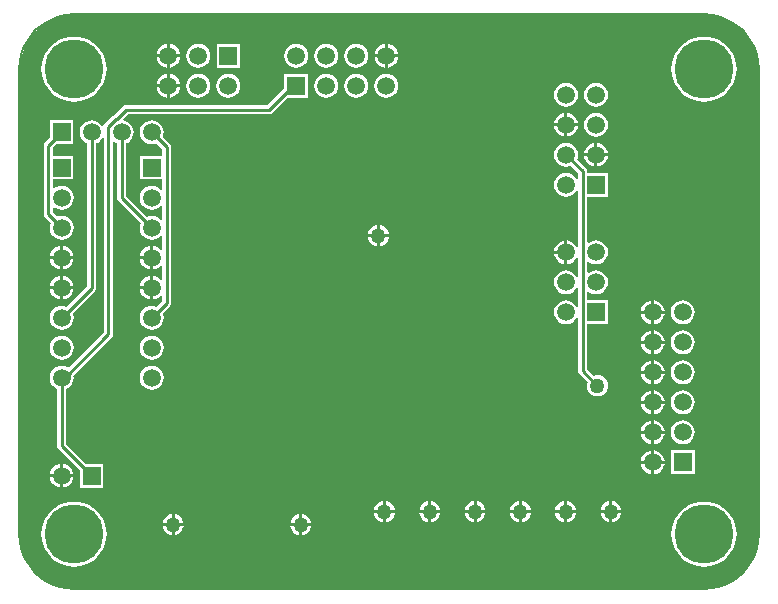
<source format=gbl>
%FSDAX24Y24*%
%MOIN*%
%SFA1B1*%

%IPPOS*%
%ADD21C,0.010000*%
%ADD22R,0.059100X0.059100*%
%ADD23C,0.059100*%
%ADD24R,0.059100X0.059100*%
%ADD25C,0.196900*%
%ADD26C,0.050000*%
%ADD31C,0.005000*%
%ADD48C,0.020000*%
%ADD49C,0.040000*%
%ADD50C,0.080000*%
%ADD51C,0.160000*%
%ADD52C,0.320000*%
%LN7april_pcb-1*%
%LPD*%
G54D31*
X021237Y017309D02*
X021472Y017262D01*
X021698Y017185*
X021912Y017080*
X022110Y016947*
X022290Y016790*
X022447Y016610*
X022580Y016412*
X022685Y016198*
X022762Y015972*
X022809Y015737*
X022823Y015511*
X022822Y015502*
Y-000002*
X022823Y-000011*
X022809Y-000237*
X022762Y-000472*
X022685Y-000698*
X022580Y-000912*
X022447Y-001110*
X022290Y-001290*
X022110Y-001447*
X021912Y-001580*
X021698Y-001685*
X021472Y-001762*
X021237Y-001809*
X021011Y-001823*
X021002Y-001822*
X-000002*
X-000011Y-001823*
X-000237Y-001809*
X-000472Y-001762*
X-000698Y-001685*
X-000912Y-001580*
X-001110Y-001447*
X-001290Y-001290*
X-001447Y-001110*
X-001580Y-000912*
X-001685Y-000698*
X-001762Y-000472*
X-001809Y-000237*
X-001823Y-000011*
X-001822Y-000002*
Y015502*
X-001823Y015511*
X-001809Y015737*
X-001762Y015972*
X-001685Y016198*
X-001580Y016412*
X-001447Y016610*
X-001290Y016790*
X-001110Y016947*
X-000912Y017080*
X-000698Y017185*
X-000472Y017262*
X-000237Y017309*
X-000011Y017323*
X-000002Y017322*
X021002*
X021011Y017323*
X021237Y017309*
G54D21*
X021231Y017259D02*
X021459Y017214D01*
X021679Y017139*
X021887Y017036*
X022080Y016907*
X022254Y016754*
X022407Y016580*
X022536Y016387*
X022639Y016179*
X022714Y015959*
X022759Y015731*
X022773Y015514*
X022772Y015507*
Y-000007*
X022773Y-000014*
X022759Y-000231*
X022714Y-000459*
X022639Y-000679*
X022536Y-000887*
X022407Y-001080*
X022254Y-001254*
X022080Y-001407*
X021887Y-001536*
X021679Y-001639*
X021459Y-001714*
X021231Y-001759*
X021014Y-001773*
X021007Y-001772*
X-000007*
X-000014Y-001773*
X-000231Y-001759*
X-000459Y-001714*
X-000679Y-001639*
X-000887Y-001536*
X-001080Y-001407*
X-001254Y-001254*
X-001407Y-001080*
X-001536Y-000887*
X-001639Y-000679*
X-001714Y-000459*
X-001759Y-000231*
X-001773Y-000014*
X-001772Y-000007*
Y015507*
X-001773Y015514*
X-001759Y015731*
X-001714Y015959*
X-001639Y016179*
X-001536Y016387*
X-001407Y016580*
X-001254Y016754*
X-001080Y016907*
X-000887Y017036*
X-000679Y017139*
X-000459Y017214*
X-000231Y017259*
X-000014Y017273*
X-000007Y017272*
X021007*
X021014Y017273*
X021231Y017259*
G54D48*
X021218Y017160D02*
X021433Y017117D01*
X021640Y017046*
X021837Y016950*
X022019Y016827*
X022183Y016683*
X022327Y016519*
X022450Y016337*
X022546Y016140*
X022617Y015933*
X022660Y015718*
X022672Y015521*
X022672Y015517*
Y-000017*
X022672Y-000021*
X022660Y-000218*
X022617Y-000433*
X022546Y-000640*
X022450Y-000837*
X022327Y-001019*
X022183Y-001183*
X022019Y-001327*
X021837Y-001450*
X021640Y-001546*
X021433Y-001617*
X021218Y-001660*
X021021Y-001672*
X021017Y-001672*
X-000017*
X-000021Y-001672*
X-000218Y-001660*
X-000433Y-001617*
X-000640Y-001546*
X-000837Y-001450*
X-001019Y-001327*
X-001183Y-001183*
X-001327Y-001019*
X-001450Y-000837*
X-001546Y-000640*
X-001617Y-000433*
X-001660Y-000218*
X-001672Y-000021*
X-001672Y-000017*
Y015517*
X-001672Y015521*
X-001660Y015718*
X-001617Y015933*
X-001546Y016140*
X-001450Y016337*
X-001327Y016519*
X-001183Y016683*
X-001019Y016827*
X-000837Y016950*
X-000640Y017046*
X-000433Y017117*
X-000218Y017160*
X-000021Y017172*
X-000017Y017172*
X021017*
X021021Y017172*
X021218Y017160*
G54D49*
X021192Y016961D02*
X021381Y016923D01*
X021564Y016861*
X021736Y016776*
X021897Y016668*
X022042Y016542*
X022168Y016397*
X022276Y016236*
X022361Y016064*
X022423Y015881*
X022461Y015692*
X022471Y015534*
X022472Y015536*
Y-000036*
X022471Y-000034*
X022461Y-000192*
X022423Y-000381*
X022361Y-000564*
X022276Y-000736*
X022168Y-000897*
X022042Y-001042*
X021897Y-001168*
X021736Y-001276*
X021564Y-001361*
X021381Y-001423*
X021192Y-001461*
X021034Y-001471*
X021036Y-001472*
X-000036*
X-000034Y-001471*
X-000192Y-001461*
X-000381Y-001423*
X-000564Y-001361*
X-000736Y-001276*
X-000897Y-001168*
X-001042Y-001042*
X-001168Y-000897*
X-001276Y-000736*
X-001361Y-000564*
X-001423Y-000381*
X-001461Y-000192*
X-001471Y-000034*
X-001472Y-000036*
Y015536*
X-001471Y015534*
X-001461Y015692*
X-001423Y015881*
X-001361Y016064*
X-001276Y016236*
X-001168Y016397*
X-001042Y016542*
X-000897Y016668*
X-000736Y016776*
X-000564Y016861*
X-000381Y016923*
X-000192Y016961*
X-000034Y016971*
X-000036Y016972*
X021036*
X021034Y016971*
X021192Y016961*
G54D50*
X021140Y016563D02*
X021278Y016536D01*
X021410Y016491*
X021535Y016429*
X021653Y016351*
X021758Y016258*
X021851Y016153*
X021929Y016035*
X021991Y015910*
X022036Y015778*
X022063Y015640*
X022271Y012449*
X022072Y011439*
Y004060*
X022271Y003050*
X022063Y-000140*
X022036Y-000278*
X021991Y-000410*
X021929Y-000535*
X021851Y-000653*
X021758Y-000758*
X021653Y-000851*
X021535Y-000929*
X021410Y-000991*
X021278Y-001036*
X021140Y-001063*
X017949Y-001271*
X016939Y-001072*
X004060*
X003050Y-001271*
X-000140Y-001063*
X-000278Y-001036*
X-000410Y-000991*
X-000535Y-000929*
X-000653Y-000851*
X-000758Y-000758*
X-000851Y-000653*
X-000929Y-000535*
X-000991Y-000410*
X-001036Y-000278*
X-001063Y-000140*
X-001271Y003050*
X-001072Y004060*
Y011439*
X-001271Y012449*
X-001063Y015640*
X-001036Y015778*
X-000991Y015910*
X-000929Y016035*
X-000851Y016153*
X-000758Y016258*
X-000653Y016351*
X-000535Y016429*
X-000410Y016491*
X-000278Y016536*
X-000140Y016563*
X003050Y016771*
X004060Y016572*
X016939*
X017949Y016771*
X021140Y016563*
G54D51*
X021036Y015768D02*
X021070Y015762D01*
X021103Y015751*
X021134Y015735*
X021164Y015715*
X021191Y015691*
X021215Y015664*
X021235Y015634*
X021251Y015603*
X021262Y015570*
X021268Y015536*
X021465Y012501*
X021272Y011517*
Y003982*
X021465Y002998*
X021268Y-000036*
X021262Y-000070*
X021251Y-000103*
X021235Y-000134*
X021215Y-000164*
X021191Y-000191*
X021164Y-000215*
X021134Y-000235*
X021103Y-000251*
X021070Y-000262*
X021036Y-000268*
X018001Y-000465*
X017017Y-000272*
X003982*
X002998Y-000465*
X-000036Y-000268*
X-000070Y-000262*
X-000103Y-000251*
X-000134Y-000235*
X-000164Y-000215*
X-000191Y-000191*
X-000215Y-000164*
X-000235Y-000134*
X-000251Y-000103*
X-000262Y-000070*
X-000268Y-000036*
X-000465Y002998*
X-000272Y003982*
Y011517*
X-000465Y012501*
X-000268Y015536*
X-000262Y015570*
X-000251Y015603*
X-000235Y015634*
X-000215Y015664*
X-000191Y015691*
X-000164Y015715*
X-000134Y015735*
X-000103Y015751*
X-000070Y015762*
X-000036Y015768*
X002998Y015965*
X003982Y015772*
X017017*
X018001Y015965*
X021036Y015768*
G54D52*
X020828Y014179D02*
X020656Y014213D01*
X020488Y014270*
X020330Y014348*
X020188Y014443*
X020057Y014557*
X019943Y014688*
X019848Y014830*
X019770Y014988*
X019713Y015156*
X019679Y015328*
X019855Y012606*
X019672Y011673*
Y003826*
X019855Y002893*
X019679Y000171*
X019713Y000343*
X019770Y000511*
X019848Y000669*
X019943Y000811*
X020057Y000942*
X020188Y001056*
X020330Y001151*
X020488Y001229*
X020656Y001286*
X020828Y001320*
X018106Y001144*
X017173Y001328*
X003826*
X002893Y001144*
X000171Y001320*
X000343Y001286*
X000511Y001229*
X000669Y001151*
X000811Y001056*
X000942Y000942*
X001056Y000811*
X001151Y000669*
X001229Y000511*
X001286Y000343*
X001320Y000171*
X001144Y002893*
X001328Y003826*
Y011673*
X001144Y012606*
X001320Y015328*
X001286Y015156*
X001229Y014988*
X001151Y014830*
X001056Y014688*
X000942Y014557*
X000811Y014443*
X000669Y014348*
X000511Y014270*
X000343Y014213*
X000171Y014179*
X002893Y014355*
X003826Y014172*
X017173*
X018106Y014355*
X020828Y014179*
X001840Y001830D02*
X019430D01*
X001840Y005030D02*
X019430D01*
X001840Y008230D02*
X019430D01*
X001840Y011430D02*
X019430D01*
X001040Y014630D02*
X001030D01*
%LN7april_pcb-2*%
%LPC*%
G36*
X019344Y002792D02*
Y002450D01*
X019686*
X019679Y002503*
X019639Y002599*
X019576Y002682*
X019494Y002745*
X019397Y002785*
X019344Y002792*
G37*
G36*
X019244D02*
X019191Y002785D01*
X019095Y002745*
X019012Y002682*
X018949Y002599*
X018909Y002503*
X018902Y002450*
X019244*
Y002792*
G37*
G36*
Y002350D02*
X018902D01*
X018909Y002297*
X018949Y002201*
X019012Y002118*
X019095Y002055*
X019191Y002015*
X019244Y002008*
Y002350*
G37*
G36*
X020294Y003799D02*
X020191Y003785D01*
X020095Y003745*
X020012Y003682*
X019949Y003599*
X019909Y003503*
X019896Y003400*
X019909Y003297*
X019949Y003201*
X020012Y003118*
X020095Y003055*
X020191Y003015*
X020294Y003001*
X020397Y003015*
X020494Y003055*
X020576Y003118*
X020639Y003201*
X020679Y003297*
X020693Y003400*
X020679Y003503*
X020639Y003599*
X020576Y003682*
X020494Y003745*
X020397Y003785*
X020294Y003799*
G37*
G36*
X019244Y003792D02*
X019191Y003785D01*
X019095Y003745*
X019012Y003682*
X018949Y003599*
X018909Y003503*
X018902Y003450*
X019244*
Y003792*
G37*
G36*
Y003350D02*
X018902D01*
X018909Y003297*
X018949Y003201*
X019012Y003118*
X019095Y003055*
X019191Y003015*
X019244Y003008*
Y003350*
G37*
G36*
X019686D02*
X019344D01*
Y003008*
X019397Y003015*
X019494Y003055*
X019576Y003118*
X019639Y003201*
X019679Y003297*
X019686Y003350*
G37*
G36*
Y002350D02*
X019344D01*
Y002008*
X019397Y002015*
X019494Y002055*
X019576Y002118*
X019639Y002201*
X019679Y002297*
X019686Y002350*
G37*
G36*
X-000461Y001900D02*
X-000803D01*
X-000796Y001847*
X-000756Y001751*
X-000693Y001668*
X-000610Y001605*
X-000514Y001565*
X-000461Y001558*
Y001900*
G37*
G36*
X017950Y001096D02*
Y000800D01*
X018246*
X018241Y000841*
X018206Y000927*
X018150Y001000*
X018077Y001056*
X017991Y001091*
X017950Y001096*
G37*
G36*
X017850D02*
X017809Y001091D01*
X017723Y001056*
X017650Y001000*
X017594Y000927*
X017559Y000841*
X017554Y000800*
X017850*
Y001096*
G37*
G36*
X-000019Y001900D02*
X-000361D01*
Y001558*
X-000308Y001565*
X-000212Y001605*
X-000129Y001668*
X-000066Y001751*
X-000026Y001847*
X-000019Y001900*
G37*
G36*
X020689Y002795D02*
X019899D01*
Y002005*
X020689*
Y002795*
G37*
G36*
X-000361Y002342D02*
Y002000D01*
X-000019*
X-000026Y002053*
X-000066Y002149*
X-000129Y002232*
X-000212Y002295*
X-000308Y002335*
X-000361Y002342*
G37*
G36*
X-000461D02*
X-000514Y002335D01*
X-000610Y002295*
X-000693Y002232*
X-000756Y002149*
X-000796Y002053*
X-000803Y002000*
X-000461*
Y002342*
G37*
G36*
X019344Y003792D02*
Y003450D01*
X019686*
X019679Y003503*
X019639Y003599*
X019576Y003682*
X019494Y003745*
X019397Y003785*
X019344Y003792*
G37*
G36*
Y005792D02*
Y005450D01*
X019686*
X019679Y005503*
X019639Y005599*
X019576Y005682*
X019494Y005745*
X019397Y005785*
X019344Y005792*
G37*
G36*
X019244D02*
X019191Y005785D01*
X019095Y005745*
X019012Y005682*
X018949Y005599*
X018909Y005503*
X018902Y005450*
X019244*
Y005792*
G37*
G36*
Y005350D02*
X018902D01*
X018909Y005297*
X018949Y005201*
X019012Y005118*
X019095Y005055*
X019191Y005015*
X019244Y005008*
Y005350*
G37*
G36*
X-000411Y006618D02*
X-000514Y006605D01*
X-000610Y006565*
X-000693Y006501*
X-000756Y006419*
X-000796Y006323*
X-000810Y006219*
X-000796Y006116*
X-000756Y006020*
X-000693Y005938*
X-000610Y005874*
X-000514Y005834*
X-000411Y005821*
X-000308Y005834*
X-000212Y005874*
X-000129Y005938*
X-000066Y006020*
X-000026Y006116*
X-000012Y006219*
X-000026Y006323*
X-000066Y006419*
X-000129Y006501*
X-000212Y006565*
X-000308Y006605*
X-000411Y006618*
G37*
G36*
X019686Y006350D02*
X019344D01*
Y006008*
X019397Y006015*
X019494Y006055*
X019576Y006118*
X019639Y006201*
X019679Y006297*
X019686Y006350*
G37*
G36*
X020294Y006799D02*
X020191Y006785D01*
X020095Y006745*
X020012Y006682*
X019949Y006599*
X019909Y006503*
X019896Y006400*
X019909Y006297*
X019949Y006201*
X020012Y006118*
X020095Y006055*
X020191Y006015*
X020294Y006001*
X020397Y006015*
X020494Y006055*
X020576Y006118*
X020639Y006201*
X020679Y006297*
X020693Y006400*
X020679Y006503*
X020639Y006599*
X020576Y006682*
X020494Y006745*
X020397Y006785*
X020294Y006799*
G37*
G36*
X002589Y006618D02*
X002486Y006605D01*
X002390Y006565*
X002307Y006501*
X002244Y006419*
X002204Y006323*
X002190Y006219*
X002204Y006116*
X002244Y006020*
X002307Y005938*
X002390Y005874*
X002486Y005834*
X002589Y005821*
X002692Y005834*
X002788Y005874*
X002871Y005938*
X002934Y006020*
X002974Y006116*
X002988Y006219*
X002974Y006323*
X002934Y006419*
X002871Y006501*
X002788Y006565*
X002692Y006605*
X002589Y006618*
G37*
G36*
X019686Y005350D02*
X019344D01*
Y005008*
X019397Y005015*
X019494Y005055*
X019576Y005118*
X019639Y005201*
X019679Y005297*
X019686Y005350*
G37*
G36*
X019244Y004350D02*
X018902D01*
X018909Y004297*
X018949Y004201*
X019012Y004118*
X019095Y004055*
X019191Y004015*
X019244Y004008*
Y004350*
G37*
G36*
X019686D02*
X019344D01*
Y004008*
X019397Y004015*
X019494Y004055*
X019576Y004118*
X019639Y004201*
X019679Y004297*
X019686Y004350*
G37*
G36*
X020294Y004799D02*
X020191Y004785D01*
X020095Y004745*
X020012Y004682*
X019949Y004599*
X019909Y004503*
X019896Y004400*
X019909Y004297*
X019949Y004201*
X020012Y004118*
X020095Y004055*
X020191Y004015*
X020294Y004001*
X020397Y004015*
X020494Y004055*
X020576Y004118*
X020639Y004201*
X020679Y004297*
X020693Y004400*
X020679Y004503*
X020639Y004599*
X020576Y004682*
X020494Y004745*
X020397Y004785*
X020294Y004799*
G37*
G36*
X019244Y004792D02*
X019191Y004785D01*
X019095Y004745*
X019012Y004682*
X018949Y004599*
X018909Y004503*
X018902Y004450*
X019244*
Y004792*
G37*
G36*
X020294Y005799D02*
X020191Y005785D01*
X020095Y005745*
X020012Y005682*
X019949Y005599*
X019909Y005503*
X019896Y005400*
X019909Y005297*
X019949Y005201*
X020012Y005118*
X020095Y005055*
X020191Y005015*
X020294Y005001*
X020397Y005015*
X020494Y005055*
X020576Y005118*
X020639Y005201*
X020679Y005297*
X020693Y005400*
X020679Y005503*
X020639Y005599*
X020576Y005682*
X020494Y005745*
X020397Y005785*
X020294Y005799*
G37*
G36*
X002589Y005618D02*
X002486Y005605D01*
X002390Y005565*
X002307Y005501*
X002244Y005419*
X002204Y005323*
X002190Y005219*
X002204Y005116*
X002244Y005020*
X002307Y004938*
X002390Y004874*
X002486Y004834*
X002589Y004821*
X002692Y004834*
X002788Y004874*
X002871Y004938*
X002934Y005020*
X002974Y005116*
X002988Y005219*
X002974Y005323*
X002934Y005419*
X002871Y005501*
X002788Y005565*
X002692Y005605*
X002589Y005618*
G37*
G36*
X019344Y004792D02*
Y004450D01*
X019686*
X019679Y004503*
X019639Y004599*
X019576Y004682*
X019494Y004745*
X019397Y004785*
X019344Y004792*
G37*
G36*
X016440Y001096D02*
Y000800D01*
X016736*
X016731Y000841*
X016696Y000927*
X016640Y001000*
X016567Y001056*
X016481Y001091*
X016440Y001096*
G37*
G36*
X010300Y000700D02*
X010004D01*
X010009Y000659*
X010044Y000573*
X010100Y000500*
X010173Y000444*
X010259Y000409*
X010300Y000404*
Y000700*
G37*
G36*
X007609Y000665D02*
Y000368D01*
X007905*
X007900Y000410*
X007865Y000495*
X007808Y000568*
X007735Y000624*
X007650Y000659*
X007609Y000665*
G37*
G36*
X007509D02*
X007467Y000659D01*
X007382Y000624*
X007309Y000568*
X007253Y000495*
X007218Y000410*
X007212Y000368*
X007509*
Y000665*
G37*
G36*
X010696Y000700D02*
X010400D01*
Y000404*
X010441Y000409*
X010527Y000444*
X010600Y000500*
X010656Y000573*
X010691Y000659*
X010696Y000700*
G37*
G36*
X013320D02*
X013024D01*
X013029Y000659*
X013064Y000573*
X013120Y000500*
X013193Y000444*
X013279Y000409*
X013320Y000404*
Y000700*
G37*
G36*
X012206D02*
X011910D01*
Y000404*
X011951Y000409*
X012037Y000444*
X012110Y000500*
X012166Y000573*
X012201Y000659*
X012206Y000700*
G37*
G36*
X011810D02*
X011514D01*
X011519Y000659*
X011554Y000573*
X011610Y000500*
X011683Y000444*
X011769Y000409*
X011810Y000404*
Y000700*
G37*
G36*
X003355Y000665D02*
Y000368D01*
X003652*
X003646Y000410*
X003611Y000495*
X003555Y000568*
X003482Y000624*
X003397Y000659*
X003355Y000665*
G37*
G36*
X003255Y000268D02*
X002959D01*
X002964Y000227*
X002999Y000142*
X003056Y000069*
X003129Y000012*
X003214Y-000023*
X003255Y-000028*
Y000268*
G37*
G36*
X021000Y001088D02*
X020830Y001074D01*
X020664Y001034*
X020506Y000969*
X020361Y000880*
X020231Y000769*
X020120Y000639*
X020031Y000494*
X019966Y000336*
X019926Y000170*
X019912Y000000*
X019926Y-000170*
X019966Y-000336*
X020031Y-000494*
X020120Y-000639*
X020231Y-000769*
X020361Y-000880*
X020506Y-000969*
X020664Y-001034*
X020830Y-001074*
X021000Y-001088*
X021170Y-001074*
X021336Y-001034*
X021494Y-000969*
X021639Y-000880*
X021769Y-000769*
X021880Y-000639*
X021969Y-000494*
X022034Y-000336*
X022074Y-000170*
X022088Y000000*
X022074Y000170*
X022034Y000336*
X021969Y000494*
X021880Y000639*
X021769Y000769*
X021639Y000880*
X021494Y000969*
X021336Y001034*
X021170Y001074*
X021000Y001088*
G37*
G36*
X000000D02*
X-000170Y001074D01*
X-000336Y001034*
X-000494Y000969*
X-000639Y000880*
X-000769Y000769*
X-000880Y000639*
X-000969Y000494*
X-001034Y000336*
X-001074Y000170*
X-001088Y000000*
X-001074Y-000170*
X-001034Y-000336*
X-000969Y-000494*
X-000880Y-000639*
X-000769Y-000769*
X-000639Y-000880*
X-000494Y-000969*
X-000336Y-001034*
X-000170Y-001074*
X000000Y-001088*
X000170Y-001074*
X000336Y-001034*
X000494Y-000969*
X000639Y-000880*
X000769Y-000769*
X000880Y-000639*
X000969Y-000494*
X001034Y-000336*
X001074Y-000170*
X001088Y000000*
X001074Y000170*
X001034Y000336*
X000969Y000494*
X000880Y000639*
X000769Y000769*
X000639Y000880*
X000494Y000969*
X000336Y001034*
X000170Y001074*
X000000Y001088*
G37*
G36*
X003652Y000268D02*
X003355D01*
Y-000028*
X003397Y-000023*
X003482Y000012*
X003555Y000069*
X003611Y000142*
X003646Y000227*
X003652Y000268*
G37*
G36*
X003255Y000665D02*
X003214Y000659D01*
X003129Y000624*
X003056Y000568*
X002999Y000495*
X002964Y000410*
X002959Y000368*
X003255*
Y000665*
G37*
G36*
X007905Y000268D02*
X007609D01*
Y-000028*
X007650Y-000023*
X007735Y000012*
X007808Y000069*
X007865Y000142*
X007900Y000227*
X007905Y000268*
G37*
G36*
X007509D02*
X007212D01*
X007218Y000227*
X007253Y000142*
X007309Y000069*
X007382Y000012*
X007467Y-000023*
X007509Y-000028*
Y000268*
G37*
G36*
X013716Y000700D02*
X013420D01*
Y000404*
X013461Y000409*
X013547Y000444*
X013620Y000500*
X013676Y000573*
X013711Y000659*
X013716Y000700*
G37*
G36*
X013320Y001096D02*
X013279Y001091D01*
X013193Y001056*
X013120Y001000*
X013064Y000927*
X013029Y000841*
X013024Y000800*
X013320*
Y001096*
G37*
G36*
X011910D02*
Y000800D01*
X012206*
X012201Y000841*
X012166Y000927*
X012110Y001000*
X012037Y001056*
X011951Y001091*
X011910Y001096*
G37*
G36*
X011810D02*
X011769Y001091D01*
X011683Y001056*
X011610Y001000*
X011554Y000927*
X011519Y000841*
X011514Y000800*
X011810*
Y001096*
G37*
G36*
X013420D02*
Y000800D01*
X013716*
X013711Y000841*
X013676Y000927*
X013620Y001000*
X013547Y001056*
X013461Y001091*
X013420Y001096*
G37*
G36*
X016340D02*
X016299Y001091D01*
X016213Y001056*
X016140Y001000*
X016084Y000927*
X016049Y000841*
X016044Y000800*
X016340*
Y001096*
G37*
G36*
X014930D02*
Y000800D01*
X015226*
X015221Y000841*
X015186Y000927*
X015130Y001000*
X015057Y001056*
X014971Y001091*
X014930Y001096*
G37*
G36*
X014830D02*
X014789Y001091D01*
X014703Y001056*
X014630Y001000*
X014574Y000927*
X014539Y000841*
X014534Y000800*
X014830*
Y001096*
G37*
G36*
X010400D02*
Y000800D01*
X010696*
X010691Y000841*
X010656Y000927*
X010600Y001000*
X010527Y001056*
X010441Y001091*
X010400Y001096*
G37*
G36*
X016340Y000700D02*
X016044D01*
X016049Y000659*
X016084Y000573*
X016140Y000500*
X016213Y000444*
X016299Y000409*
X016340Y000404*
Y000700*
G37*
G36*
X015226D02*
X014930D01*
Y000404*
X014971Y000409*
X015057Y000444*
X015130Y000500*
X015186Y000573*
X015221Y000659*
X015226Y000700*
G37*
G36*
X014830D02*
X014534D01*
X014539Y000659*
X014574Y000573*
X014630Y000500*
X014703Y000444*
X014789Y000409*
X014830Y000404*
Y000700*
G37*
G36*
X016736D02*
X016440D01*
Y000404*
X016481Y000409*
X016567Y000444*
X016640Y000500*
X016696Y000573*
X016731Y000659*
X016736Y000700*
G37*
G36*
X010300Y001096D02*
X010259Y001091D01*
X010173Y001056*
X010100Y001000*
X010044Y000927*
X010009Y000841*
X010004Y000800*
X010300*
Y001096*
G37*
G36*
X018246Y000700D02*
X017950D01*
Y000404*
X017991Y000409*
X018077Y000444*
X018150Y000500*
X018206Y000573*
X018241Y000659*
X018246Y000700*
G37*
G36*
X017850D02*
X017554D01*
X017559Y000659*
X017594Y000573*
X017650Y000500*
X017723Y000444*
X017809Y000409*
X017850Y000404*
Y000700*
G37*
G36*
X019244Y006350D02*
X018902D01*
X018909Y006297*
X018949Y006201*
X019012Y006118*
X019095Y006055*
X019191Y006015*
X019244Y006008*
Y006350*
G37*
G36*
X005150Y015344D02*
X005047Y015330D01*
X004951Y015290*
X004868Y015227*
X004805Y015144*
X004765Y015048*
X004751Y014945*
X004765Y014842*
X004805Y014746*
X004868Y014663*
X004951Y014600*
X005047Y014560*
X005150Y014546*
X005253Y014560*
X005349Y014600*
X005432Y014663*
X005495Y014746*
X005535Y014842*
X005549Y014945*
X005535Y015048*
X005495Y015144*
X005432Y015227*
X005349Y015290*
X005253Y015330*
X005150Y015344*
G37*
G36*
X004150D02*
X004047Y015330D01*
X003951Y015290*
X003868Y015227*
X003805Y015144*
X003765Y015048*
X003751Y014945*
X003765Y014842*
X003805Y014746*
X003868Y014663*
X003951Y014600*
X004047Y014560*
X004150Y014546*
X004253Y014560*
X004349Y014600*
X004432Y014663*
X004495Y014746*
X004535Y014842*
X004549Y014945*
X004535Y015048*
X004495Y015144*
X004432Y015227*
X004349Y015290*
X004253Y015330*
X004150Y015344*
G37*
G36*
X021000Y016588D02*
X020830Y016574D01*
X020664Y016534*
X020506Y016469*
X020361Y016380*
X020231Y016269*
X020120Y016139*
X020031Y015994*
X019966Y015836*
X019926Y015670*
X019912Y015500*
X019926Y015330*
X019966Y015164*
X020031Y015006*
X020120Y014861*
X020231Y014731*
X020361Y014620*
X020506Y014531*
X020664Y014466*
X020830Y014426*
X021000Y014412*
X021170Y014426*
X021336Y014466*
X021494Y014531*
X021639Y014620*
X021769Y014731*
X021880Y014861*
X021969Y015006*
X022034Y015164*
X022074Y015330*
X022088Y015500*
X022074Y015670*
X022034Y015836*
X021969Y015994*
X021880Y016139*
X021769Y016269*
X021639Y016380*
X021494Y016469*
X021336Y016534*
X021170Y016574*
X021000Y016588*
G37*
G36*
X008410Y015344D02*
X008307Y015330D01*
X008211Y015290*
X008128Y015227*
X008065Y015144*
X008025Y015048*
X008011Y014945*
X008025Y014842*
X008065Y014746*
X008128Y014663*
X008211Y014600*
X008307Y014560*
X008410Y014546*
X008513Y014560*
X008609Y014600*
X008692Y014663*
X008755Y014746*
X008795Y014842*
X008809Y014945*
X008795Y015048*
X008755Y015144*
X008692Y015227*
X008609Y015290*
X008513Y015330*
X008410Y015344*
G37*
G36*
X003100Y014895D02*
X002758D01*
X002765Y014842*
X002805Y014746*
X002868Y014663*
X002951Y014600*
X003047Y014560*
X003100Y014553*
Y014895*
G37*
G36*
X010410Y015344D02*
X010307Y015330D01*
X010211Y015290*
X010128Y015227*
X010065Y015144*
X010025Y015048*
X010011Y014945*
X010025Y014842*
X010065Y014746*
X010128Y014663*
X010211Y014600*
X010307Y014560*
X010410Y014546*
X010513Y014560*
X010609Y014600*
X010692Y014663*
X010755Y014746*
X010795Y014842*
X010809Y014945*
X010795Y015048*
X010755Y015144*
X010692Y015227*
X010609Y015290*
X010513Y015330*
X010410Y015344*
G37*
G36*
X009410D02*
X009307Y015330D01*
X009211Y015290*
X009128Y015227*
X009065Y015144*
X009025Y015048*
X009011Y014945*
X009025Y014842*
X009065Y014746*
X009128Y014663*
X009211Y014600*
X009307Y014560*
X009410Y014546*
X009513Y014560*
X009609Y014600*
X009692Y014663*
X009755Y014746*
X009795Y014842*
X009809Y014945*
X009795Y015048*
X009755Y015144*
X009692Y015227*
X009609Y015290*
X009513Y015330*
X009410Y015344*
G37*
G36*
X000000Y016588D02*
X-000170Y016574D01*
X-000336Y016534*
X-000494Y016469*
X-000639Y016380*
X-000769Y016269*
X-000880Y016139*
X-000969Y015994*
X-001034Y015836*
X-001074Y015670*
X-001088Y015500*
X-001074Y015330*
X-001034Y015164*
X-000969Y015006*
X-000880Y014861*
X-000769Y014731*
X-000639Y014620*
X-000494Y014531*
X-000336Y014466*
X-000170Y014426*
X000000Y014412*
X000170Y014426*
X000336Y014466*
X000494Y014531*
X000639Y014620*
X000769Y014731*
X000880Y014861*
X000969Y015006*
X001034Y015164*
X001074Y015330*
X001088Y015500*
X001074Y015670*
X001034Y015836*
X000969Y015994*
X000880Y016139*
X000769Y016269*
X000639Y016380*
X000494Y016469*
X000336Y016534*
X000170Y016574*
X000000Y016588*
G37*
G36*
X007805Y015340D02*
X007015D01*
Y014881*
X006437Y014303*
X001750*
X001691Y014291*
X001642Y014258*
X001374Y013991*
X001346Y013985*
X001296Y013952*
X001036Y013691*
X001002Y013641*
X001001Y013633*
X000944Y013596*
X000934Y013598*
X000871Y013680*
X000788Y013744*
X000692Y013783*
X000589Y013797*
X000486Y013783*
X000390Y013744*
X000307Y013680*
X000244Y013598*
X000204Y013502*
X000190Y013398*
X000204Y013295*
X000244Y013199*
X000307Y013116*
X000390Y013053*
X000436Y013034*
Y008283*
X-000261Y007585*
X-000308Y007605*
X-000411Y007618*
X-000514Y007605*
X-000610Y007565*
X-000693Y007501*
X-000756Y007419*
X-000796Y007323*
X-000810Y007219*
X-000796Y007116*
X-000756Y007020*
X-000693Y006938*
X-000610Y006874*
X-000514Y006834*
X-000411Y006821*
X-000308Y006834*
X-000212Y006874*
X-000129Y006938*
X-000066Y007020*
X-000026Y007116*
X-000012Y007219*
X-000026Y007323*
X-000045Y007369*
X000697Y008111*
X000730Y008161*
X000742Y008219*
Y013034*
X000788Y013053*
X000871Y013116*
X000934Y013199*
X000941Y013215*
X000991Y013205*
Y006728*
X-000190Y005548*
X-000212Y005565*
X-000308Y005605*
X-000411Y005618*
X-000514Y005605*
X-000610Y005565*
X-000693Y005501*
X-000756Y005419*
X-000796Y005323*
X-000810Y005219*
X-000796Y005116*
X-000756Y005020*
X-000693Y004938*
X-000610Y004874*
X-000564Y004855*
Y002950*
X-000552Y002891*
X-000519Y002842*
X000194Y002129*
Y001555*
X000984*
Y002345*
X000410*
X-000258Y003013*
Y004855*
X-000212Y004874*
X-000129Y004938*
X-000066Y005020*
X-000026Y005116*
X-000012Y005219*
X-000021Y005284*
X001252Y006557*
X001285Y006606*
X001297Y006665*
Y013061*
X001347Y013086*
X001390Y013053*
X001436Y013034*
Y011219*
X001448Y011161*
X001481Y011111*
X002223Y010369*
X002204Y010323*
X002190Y010219*
X002204Y010116*
X002244Y010020*
X002307Y009938*
X002390Y009874*
X002486Y009834*
X002589Y009821*
X002692Y009834*
X002788Y009874*
X002871Y009938*
X002886Y009957*
X002936Y009940*
Y009499*
X002886Y009482*
X002871Y009501*
X002788Y009565*
X002692Y009605*
X002639Y009612*
Y009219*
Y008827*
X002692Y008834*
X002788Y008874*
X002871Y008938*
X002886Y008957*
X002936Y008940*
Y008499*
X002886Y008482*
X002871Y008501*
X002788Y008565*
X002692Y008605*
X002639Y008612*
Y008219*
Y007827*
X002692Y007834*
X002788Y007874*
X002871Y007938*
X002886Y007957*
X002936Y007940*
Y007783*
X002739Y007585*
X002692Y007605*
X002589Y007618*
X002486Y007605*
X002390Y007565*
X002307Y007501*
X002244Y007419*
X002204Y007323*
X002190Y007219*
X002204Y007116*
X002244Y007020*
X002307Y006938*
X002390Y006874*
X002486Y006834*
X002589Y006821*
X002692Y006834*
X002788Y006874*
X002871Y006938*
X002934Y007020*
X002974Y007116*
X002988Y007219*
X002974Y007323*
X002955Y007369*
X003197Y007611*
X003230Y007661*
X003242Y007719*
Y012898*
X003230Y012957*
X003197Y013006*
X002955Y013249*
X002974Y013295*
X002988Y013398*
X002974Y013502*
X002934Y013598*
X002871Y013680*
X002788Y013744*
X002692Y013783*
X002589Y013797*
X002486Y013783*
X002390Y013744*
X002307Y013680*
X002244Y013598*
X002204Y013502*
X002190Y013398*
X002204Y013295*
X002244Y013199*
X002307Y013116*
X002390Y013053*
X002486Y013013*
X002589Y013000*
X002692Y013013*
X002739Y013032*
X002936Y012835*
Y012615*
X002194*
Y011824*
X002936*
Y011499*
X002886Y011482*
X002871Y011501*
X002788Y011565*
X002692Y011605*
X002589Y011618*
X002486Y011605*
X002390Y011565*
X002307Y011501*
X002244Y011419*
X002204Y011323*
X002190Y011219*
X002204Y011116*
X002244Y011020*
X002307Y010938*
X002390Y010874*
X002486Y010834*
X002589Y010821*
X002692Y010834*
X002788Y010874*
X002871Y010938*
X002886Y010957*
X002936Y010940*
Y010499*
X002886Y010482*
X002871Y010501*
X002788Y010565*
X002692Y010605*
X002589Y010618*
X002486Y010605*
X002439Y010585*
X001742Y011283*
Y013034*
X001788Y013053*
X001871Y013116*
X001934Y013199*
X001974Y013295*
X001988Y013398*
X001974Y013502*
X001934Y013598*
X001871Y013680*
X001788Y013744*
X001692Y013783*
X001667Y013787*
X001650Y013834*
X001813Y013997*
X006500*
X006559Y014009*
X006608Y014042*
X007116Y014550*
X007805*
Y015340*
G37*
G36*
X016792Y013600D02*
X016450D01*
Y013258*
X016503Y013265*
X016599Y013305*
X016682Y013368*
X016745Y013451*
X016785Y013547*
X016792Y013600*
G37*
G36*
X016350D02*
X016008D01*
X016015Y013547*
X016055Y013451*
X016118Y013368*
X016201Y013305*
X016297Y013265*
X016350Y013258*
Y013600*
G37*
G36*
Y014042D02*
X016297Y014035D01*
X016201Y013995*
X016118Y013932*
X016055Y013849*
X016015Y013753*
X016008Y013700*
X016350*
Y014042*
G37*
G36*
X017400Y015049D02*
X017297Y015035D01*
X017201Y014995*
X017118Y014932*
X017055Y014849*
X017015Y014753*
X017001Y014650*
X017015Y014547*
X017055Y014451*
X017118Y014368*
X017201Y014305*
X017297Y014265*
X017400Y014251*
X017503Y014265*
X017599Y014305*
X017682Y014368*
X017745Y014451*
X017785Y014547*
X017799Y014650*
X017785Y014753*
X017745Y014849*
X017682Y014932*
X017599Y014995*
X017503Y015035*
X017400Y015049*
G37*
G36*
X016400D02*
X016297Y015035D01*
X016201Y014995*
X016118Y014932*
X016055Y014849*
X016015Y014753*
X016001Y014650*
X016015Y014547*
X016055Y014451*
X016118Y014368*
X016201Y014305*
X016297Y014265*
X016400Y014251*
X016503Y014265*
X016599Y014305*
X016682Y014368*
X016745Y014451*
X016785Y014547*
X016799Y014650*
X016785Y014753*
X016745Y014849*
X016682Y014932*
X016599Y014995*
X016503Y015035*
X016400Y015049*
G37*
G36*
X016450Y014042D02*
Y013700D01*
X016792*
X016785Y013753*
X016745Y013849*
X016682Y013932*
X016599Y013995*
X016503Y014035*
X016450Y014042*
G37*
G36*
X003542Y014895D02*
X003200D01*
Y014553*
X003253Y014560*
X003349Y014600*
X003432Y014663*
X003495Y014746*
X003535Y014842*
X003542Y014895*
G37*
G36*
Y015895D02*
X003200D01*
Y015553*
X003253Y015560*
X003349Y015600*
X003432Y015663*
X003495Y015746*
X003535Y015842*
X003542Y015895*
G37*
G36*
X010802D02*
X010460D01*
Y015553*
X010513Y015560*
X010609Y015600*
X010692Y015663*
X010755Y015746*
X010795Y015842*
X010802Y015895*
G37*
G36*
X010360D02*
X010018D01*
X010025Y015842*
X010065Y015746*
X010128Y015663*
X010211Y015600*
X010307Y015560*
X010360Y015553*
Y015895*
G37*
G36*
X003100Y016337D02*
X003047Y016330D01*
X002951Y016290*
X002868Y016227*
X002805Y016144*
X002765Y016048*
X002758Y015995*
X003100*
Y016337*
G37*
G36*
X010460D02*
Y015995D01*
X010802*
X010795Y016048*
X010755Y016144*
X010692Y016227*
X010609Y016290*
X010513Y016330*
X010460Y016337*
G37*
G36*
X010360D02*
X010307Y016330D01*
X010211Y016290*
X010128Y016227*
X010065Y016144*
X010025Y016048*
X010018Y015995*
X010360*
Y016337*
G37*
G36*
X003200D02*
Y015995D01*
X003542*
X003535Y016048*
X003495Y016144*
X003432Y016227*
X003349Y016290*
X003253Y016330*
X003200Y016337*
G37*
G36*
X003100Y015895D02*
X002758D01*
X002765Y015842*
X002805Y015746*
X002868Y015663*
X002951Y015600*
X003047Y015560*
X003100Y015553*
Y015895*
G37*
G36*
X004150Y016344D02*
X004047Y016330D01*
X003951Y016290*
X003868Y016227*
X003805Y016144*
X003765Y016048*
X003751Y015945*
X003765Y015842*
X003805Y015746*
X003868Y015663*
X003951Y015600*
X004047Y015560*
X004150Y015546*
X004253Y015560*
X004349Y015600*
X004432Y015663*
X004495Y015746*
X004535Y015842*
X004549Y015945*
X004535Y016048*
X004495Y016144*
X004432Y016227*
X004349Y016290*
X004253Y016330*
X004150Y016344*
G37*
G36*
X003200Y015337D02*
Y014995D01*
X003542*
X003535Y015048*
X003495Y015144*
X003432Y015227*
X003349Y015290*
X003253Y015330*
X003200Y015337*
G37*
G36*
X003100D02*
X003047Y015330D01*
X002951Y015290*
X002868Y015227*
X002805Y015144*
X002765Y015048*
X002758Y014995*
X003100*
Y015337*
G37*
G36*
X007410Y016344D02*
X007307Y016330D01*
X007211Y016290*
X007128Y016227*
X007065Y016144*
X007025Y016048*
X007011Y015945*
X007025Y015842*
X007065Y015746*
X007128Y015663*
X007211Y015600*
X007307Y015560*
X007410Y015546*
X007513Y015560*
X007609Y015600*
X007692Y015663*
X007755Y015746*
X007795Y015842*
X007809Y015945*
X007795Y016048*
X007755Y016144*
X007692Y016227*
X007609Y016290*
X007513Y016330*
X007410Y016344*
G37*
G36*
X005545Y016340D02*
X004755D01*
Y015550*
X005545*
Y016340*
G37*
G36*
X009410Y016344D02*
X009307Y016330D01*
X009211Y016290*
X009128Y016227*
X009065Y016144*
X009025Y016048*
X009011Y015945*
X009025Y015842*
X009065Y015746*
X009128Y015663*
X009211Y015600*
X009307Y015560*
X009410Y015546*
X009513Y015560*
X009609Y015600*
X009692Y015663*
X009755Y015746*
X009795Y015842*
X009809Y015945*
X009795Y016048*
X009755Y016144*
X009692Y016227*
X009609Y016290*
X009513Y016330*
X009410Y016344*
G37*
G36*
X008410D02*
X008307Y016330D01*
X008211Y016290*
X008128Y016227*
X008065Y016144*
X008025Y016048*
X008011Y015945*
X008025Y015842*
X008065Y015746*
X008128Y015663*
X008211Y015600*
X008307Y015560*
X008410Y015546*
X008513Y015560*
X008609Y015600*
X008692Y015663*
X008755Y015746*
X008795Y015842*
X008809Y015945*
X008795Y016048*
X008755Y016144*
X008692Y016227*
X008609Y016290*
X008513Y016330*
X008410Y016344*
G37*
G36*
X017400Y014049D02*
X017297Y014035D01*
X017201Y013995*
X017118Y013932*
X017055Y013849*
X017015Y013753*
X017001Y013650*
X017015Y013547*
X017055Y013451*
X017118Y013368*
X017201Y013305*
X017297Y013265*
X017400Y013251*
X017503Y013265*
X017599Y013305*
X017682Y013368*
X017745Y013451*
X017785Y013547*
X017799Y013650*
X017785Y013753*
X017745Y013849*
X017682Y013932*
X017599Y013995*
X017503Y014035*
X017400Y014049*
G37*
G36*
X-000461Y008612D02*
X-000514Y008605D01*
X-000610Y008565*
X-000693Y008501*
X-000756Y008419*
X-000796Y008323*
X-000803Y008269*
X-000461*
Y008612*
G37*
G36*
X002539Y008169D02*
X002197D01*
X002204Y008116*
X002244Y008020*
X002307Y007938*
X002390Y007874*
X002486Y007834*
X002539Y007827*
Y008169*
G37*
G36*
X-000461D02*
X-000803D01*
X-000796Y008116*
X-000756Y008020*
X-000693Y007938*
X-000610Y007874*
X-000514Y007834*
X-000461Y007827*
Y008169*
G37*
G36*
X002539Y008612D02*
X002486Y008605D01*
X002390Y008565*
X002307Y008501*
X002244Y008419*
X002204Y008323*
X002197Y008269*
X002539*
Y008612*
G37*
G36*
X-000461Y009169D02*
X-000803D01*
X-000796Y009116*
X-000756Y009020*
X-000693Y008938*
X-000610Y008874*
X-000514Y008834*
X-000461Y008827*
Y009169*
G37*
G36*
X-000019D02*
X-000361D01*
Y008827*
X-000308Y008834*
X-000212Y008874*
X-000129Y008938*
X-000066Y009020*
X-000026Y009116*
X-000019Y009169*
G37*
G36*
X-000361Y008612D02*
Y008269D01*
X-000019*
X-000026Y008323*
X-000066Y008419*
X-000129Y008501*
X-000212Y008565*
X-000308Y008605*
X-000361Y008612*
G37*
G36*
X-000019Y008169D02*
X-000361D01*
Y007827*
X-000308Y007834*
X-000212Y007874*
X-000129Y007938*
X-000066Y008020*
X-000026Y008116*
X-000019Y008169*
G37*
G36*
X020294Y007799D02*
X020191Y007785D01*
X020095Y007745*
X020012Y007682*
X019949Y007599*
X019909Y007503*
X019896Y007400*
X019909Y007297*
X019949Y007201*
X020012Y007118*
X020095Y007055*
X020191Y007015*
X020294Y007001*
X020397Y007015*
X020494Y007055*
X020576Y007118*
X020639Y007201*
X020679Y007297*
X020693Y007400*
X020679Y007503*
X020639Y007599*
X020576Y007682*
X020494Y007745*
X020397Y007785*
X020294Y007799*
G37*
G36*
X019344Y006792D02*
Y006450D01*
X019686*
X019679Y006503*
X019639Y006599*
X019576Y006682*
X019494Y006745*
X019397Y006785*
X019344Y006792*
G37*
G36*
X019244D02*
X019191Y006785D01*
X019095Y006745*
X019012Y006682*
X018949Y006599*
X018909Y006503*
X018902Y006450*
X019244*
Y006792*
G37*
G36*
X019686Y007350D02*
X019344D01*
Y007008*
X019397Y007015*
X019494Y007055*
X019576Y007118*
X019639Y007201*
X019679Y007297*
X019686Y007350*
G37*
G36*
X019344Y007792D02*
Y007450D01*
X019686*
X019679Y007503*
X019639Y007599*
X019576Y007682*
X019494Y007745*
X019397Y007785*
X019344Y007792*
G37*
G36*
X019244D02*
X019191Y007785D01*
X019095Y007745*
X019012Y007682*
X018949Y007599*
X018909Y007503*
X018902Y007450*
X019244*
Y007792*
G37*
G36*
Y007350D02*
X018902D01*
X018909Y007297*
X018949Y007201*
X019012Y007118*
X019095Y007055*
X019191Y007015*
X019244Y007008*
Y007350*
G37*
G36*
X002539Y009169D02*
X002197D01*
X002204Y009116*
X002244Y009020*
X002307Y008938*
X002390Y008874*
X002486Y008834*
X002539Y008827*
Y009169*
G37*
G36*
X016400Y013049D02*
X016297Y013035D01*
X016201Y012995*
X016118Y012932*
X016055Y012849*
X016015Y012753*
X016001Y012650*
X016015Y012547*
X016055Y012451*
X016118Y012368*
X016201Y012305*
X016297Y012265*
X016400Y012251*
X016503Y012265*
X016550Y012284*
X016802Y012032*
Y011844*
X016752Y011834*
X016745Y011849*
X016682Y011932*
X016599Y011995*
X016503Y012035*
X016400Y012049*
X016297Y012035*
X016201Y011995*
X016118Y011932*
X016055Y011849*
X016015Y011753*
X016001Y011650*
X016015Y011547*
X016055Y011451*
X016118Y011368*
X016201Y011305*
X016297Y011265*
X016400Y011251*
X016503Y011265*
X016599Y011305*
X016682Y011368*
X016745Y011451*
X016752Y011466*
X016802Y011456*
Y009594*
X016752Y009584*
X016745Y009599*
X016682Y009682*
X016599Y009745*
X016503Y009785*
X016450Y009792*
Y009400*
Y009008*
X016503Y009015*
X016599Y009055*
X016682Y009118*
X016745Y009201*
X016752Y009216*
X016802Y009206*
Y008594*
X016752Y008584*
X016745Y008599*
X016682Y008682*
X016599Y008745*
X016503Y008785*
X016400Y008799*
X016297Y008785*
X016201Y008745*
X016118Y008682*
X016055Y008599*
X016015Y008503*
X016001Y008400*
X016015Y008297*
X016055Y008201*
X016118Y008118*
X016201Y008055*
X016297Y008015*
X016400Y008001*
X016503Y008015*
X016599Y008055*
X016682Y008118*
X016745Y008201*
X016752Y008216*
X016802Y008206*
Y007594*
X016752Y007584*
X016745Y007599*
X016682Y007682*
X016599Y007745*
X016503Y007785*
X016400Y007799*
X016297Y007785*
X016201Y007745*
X016118Y007682*
X016055Y007599*
X016015Y007503*
X016001Y007400*
X016015Y007297*
X016055Y007201*
X016118Y007118*
X016201Y007055*
X016297Y007015*
X016400Y007001*
X016503Y007015*
X016599Y007055*
X016682Y007118*
X016745Y007201*
X016752Y007216*
X016802Y007206*
Y005449*
X016813Y005391*
X016847Y005341*
X017119Y005069*
X017109Y005045*
X017097Y004954*
X017109Y004863*
X017144Y004778*
X017200Y004704*
X017273Y004648*
X017359Y004613*
X017450Y004601*
X017541Y004613*
X017627Y004648*
X017700Y004704*
X017756Y004778*
X017791Y004863*
X017803Y004954*
X017791Y005045*
X017756Y005131*
X017700Y005204*
X017627Y005260*
X017541Y005295*
X017450Y005307*
X017359Y005295*
X017335Y005285*
X017108Y005513*
Y007005*
X017795*
Y007795*
X017108*
Y008063*
X017158Y008088*
X017201Y008055*
X017297Y008015*
X017400Y008001*
X017503Y008015*
X017599Y008055*
X017682Y008118*
X017745Y008201*
X017785Y008297*
X017799Y008400*
X017785Y008503*
X017745Y008599*
X017682Y008682*
X017599Y008745*
X017503Y008785*
X017400Y008799*
X017297Y008785*
X017201Y008745*
X017158Y008712*
X017108Y008737*
Y009063*
X017158Y009088*
X017201Y009055*
X017297Y009015*
X017400Y009001*
X017503Y009015*
X017599Y009055*
X017682Y009118*
X017745Y009201*
X017785Y009297*
X017799Y009400*
X017785Y009503*
X017745Y009599*
X017682Y009682*
X017599Y009745*
X017503Y009785*
X017400Y009799*
X017297Y009785*
X017201Y009745*
X017158Y009712*
X017108Y009737*
Y011255*
X017795*
Y012045*
X017108*
Y012095*
X017096Y012154*
X017063Y012203*
X016766Y012500*
X016785Y012547*
X016799Y012650*
X016785Y012753*
X016745Y012849*
X016682Y012932*
X016599Y012995*
X016503Y013035*
X016400Y013049*
G37*
G36*
X-000016Y013794D02*
X-000806D01*
Y013219*
X-000969Y013056*
X-001002Y013007*
X-001014Y012948*
Y010669*
X-001002Y010611*
X-000969Y010561*
X-000777Y010369*
X-000796Y010323*
X-000810Y010219*
X-000796Y010116*
X-000756Y010020*
X-000693Y009938*
X-000610Y009874*
X-000514Y009834*
X-000411Y009821*
X-000308Y009834*
X-000212Y009874*
X-000129Y009938*
X-000066Y010020*
X-000026Y010116*
X-000012Y010219*
X-000026Y010323*
X-000066Y010419*
X-000129Y010501*
X-000212Y010565*
X-000308Y010605*
X-000411Y010618*
X-000514Y010605*
X-000561Y010585*
X-000708Y010733*
Y010886*
X-000658Y010911*
X-000610Y010874*
X-000514Y010834*
X-000411Y010821*
X-000308Y010834*
X-000212Y010874*
X-000129Y010938*
X-000066Y011020*
X-000026Y011116*
X-000012Y011219*
X-000026Y011323*
X-000066Y011419*
X-000129Y011501*
X-000212Y011565*
X-000308Y011605*
X-000411Y011618*
X-000514Y011605*
X-000610Y011565*
X-000658Y011528*
X-000708Y011553*
Y011824*
X-000016*
Y012615*
X-000708*
Y012885*
X-000590Y013003*
X-000016*
Y013794*
G37*
G36*
X010200Y010296D02*
Y010000D01*
X010496*
X010491Y010041*
X010456Y010127*
X010400Y010200*
X010327Y010256*
X010241Y010291*
X010200Y010296*
G37*
G36*
X017350Y012600D02*
X017008D01*
X017015Y012547*
X017055Y012451*
X017118Y012368*
X017201Y012305*
X017297Y012265*
X017350Y012258*
Y012600*
G37*
G36*
X017450Y013042D02*
Y012700D01*
X017792*
X017785Y012753*
X017745Y012849*
X017682Y012932*
X017599Y012995*
X017503Y013035*
X017450Y013042*
G37*
G36*
X017350D02*
X017297Y013035D01*
X017201Y012995*
X017118Y012932*
X017055Y012849*
X017015Y012753*
X017008Y012700*
X017350*
Y013042*
G37*
G36*
X017792Y012600D02*
X017450D01*
Y012258*
X017503Y012265*
X017599Y012305*
X017682Y012368*
X017745Y012451*
X017785Y012547*
X017792Y012600*
G37*
G36*
X010100Y010296D02*
X010059Y010291D01*
X009973Y010256*
X009900Y010200*
X009844Y010127*
X009809Y010041*
X009804Y010000*
X010100*
Y010296*
G37*
G36*
X002539Y009612D02*
X002486Y009605D01*
X002390Y009565*
X002307Y009501*
X002244Y009419*
X002204Y009323*
X002197Y009269*
X002539*
Y009612*
G37*
G36*
X-000461D02*
X-000514Y009605D01*
X-000610Y009565*
X-000693Y009501*
X-000756Y009419*
X-000796Y009323*
X-000803Y009269*
X-000461*
Y009612*
G37*
G36*
X016350Y009350D02*
X016008D01*
X016015Y009297*
X016055Y009201*
X016118Y009118*
X016201Y009055*
X016297Y009015*
X016350Y009008*
Y009350*
G37*
G36*
X-000361Y009612D02*
Y009269D01*
X-000019*
X-000026Y009323*
X-000066Y009419*
X-000129Y009501*
X-000212Y009565*
X-000308Y009605*
X-000361Y009612*
G37*
G36*
X010496Y009900D02*
X010200D01*
Y009604*
X010241Y009609*
X010327Y009644*
X010400Y009700*
X010456Y009773*
X010491Y009859*
X010496Y009900*
G37*
G36*
X010100D02*
X009804D01*
X009809Y009859*
X009844Y009773*
X009900Y009700*
X009973Y009644*
X010059Y009609*
X010100Y009604*
Y009900*
G37*
G36*
X016350Y009792D02*
X016297Y009785D01*
X016201Y009745*
X016118Y009682*
X016055Y009599*
X016015Y009503*
X016008Y009450*
X016350*
Y009792*
G37*
%LN7april_pcb-3*%
%LPD*%
G54D21*
X001444Y013844D02*
X001750Y014150D01*
X006500*
X007295Y014945*
X007410*
X001144Y006665D02*
Y013583D01*
X001405Y013844*
X001444*
X016400Y012650D02*
X016955Y012095D01*
Y005449D02*
X017450Y004954D01*
X016955Y005449D02*
Y012095D01*
X-000411Y002950D02*
Y005219D01*
Y002950D02*
X000589Y001950D01*
X-000411Y005219D02*
X-000302D01*
X001144Y006665*
X000589Y008219D02*
Y013398D01*
X-000411Y007219D02*
X000589Y008219D01*
X001589Y011219D02*
Y013398D01*
Y011219D02*
X002589Y010219D01*
Y013398D02*
X003089Y012898D01*
Y007719D02*
Y012898D01*
X002589Y007219D02*
X003089Y007719D01*
X-000861Y010669D02*
X-000411Y010219D01*
X-000861Y010669D02*
Y012948D01*
X-000411Y013398*
G54D22*
X020294Y002400D03*
X-000411Y012219D03*
X002589D03*
X017400Y007400D03*
Y011650D03*
G54D23*
X019294Y002400D03*
X020294Y003400D03*
X019294D03*
X020294Y004400D03*
X019294D03*
X020294Y005400D03*
X019294D03*
X020294Y006400D03*
X019294D03*
X020294Y007400D03*
X019294D03*
X-000411Y005219D03*
Y006219D03*
Y007219D03*
Y008219D03*
Y009219D03*
Y010219D03*
Y011219D03*
X002589Y005219D03*
Y006219D03*
Y007219D03*
Y008219D03*
Y009219D03*
Y010219D03*
Y011219D03*
X016400Y009400D03*
X017400D03*
X016400Y008400D03*
X017400D03*
X016400Y007400D03*
X003150Y014945D03*
Y015945D03*
X004150Y014945D03*
Y015945D03*
X005150Y014945D03*
X016400Y011650D03*
X017400Y012650D03*
X016400D03*
X017400Y013650D03*
X016400D03*
X017400Y014650D03*
X016400D03*
X-000411Y001950D03*
X007410Y015945D03*
X008410Y014945D03*
Y015945D03*
X009410Y014945D03*
Y015945D03*
X010410Y014945D03*
Y015945D03*
X000589Y013398D03*
X001589D03*
X002589D03*
G54D24*
X005150Y015945D03*
X000589Y001950D03*
X007410Y014945D03*
X-000411Y013398D03*
G54D25*
X000000Y000000D03*
X021000D03*
Y015500D03*
X000000D03*
G54D26*
X003305Y000318D03*
X007559D03*
X013370Y000750D03*
X011860D03*
X016390D03*
X014880D03*
X010350D03*
X017900D03*
X010150Y009950D03*
X017450Y004954D03*
M02*
</source>
